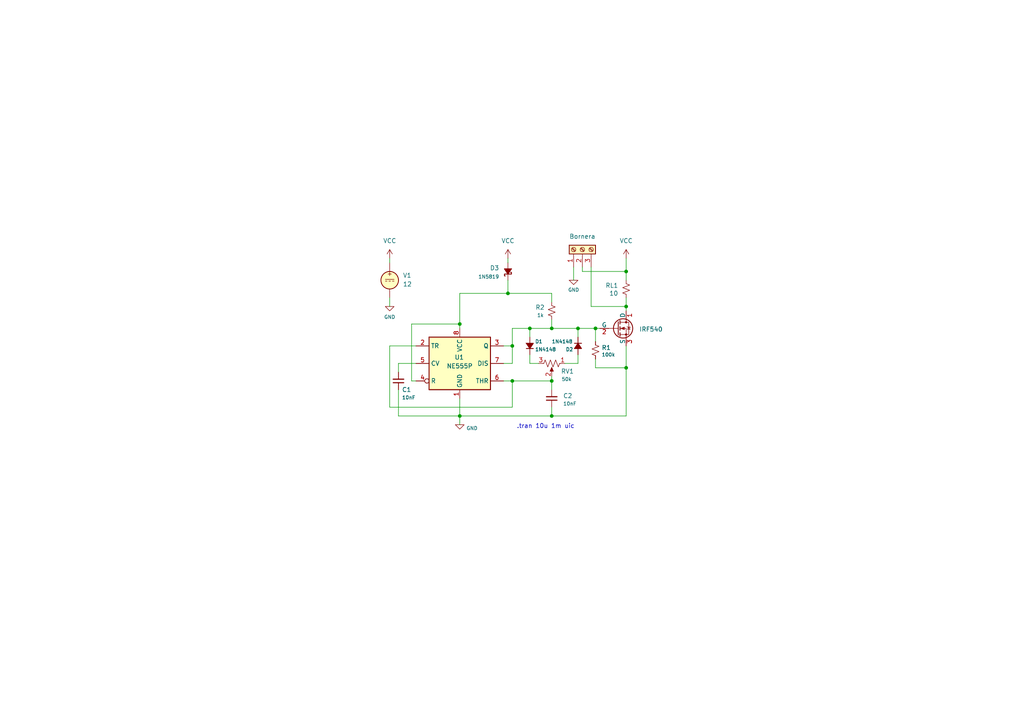
<source format=kicad_sch>
(kicad_sch (version 20250114) (generator "eeschema") (generator_version "9.0")
  (paper "A4")
  (lib_symbols
    (symbol "Connector:Screw_Terminal_01x03" (pin_names (offset 1.016) (hide yes))
      (property "Reference" "J1" (at 2.032 1.27 0))
      (property "Value" "Bornera" (at 2.032 -1.27 0))
      (symbol "Screw_Terminal_01x03_1_1"
        (rectangle (start -1.27 3.81) (end 1.27 -3.81) (stroke (width 0.254)) (fill (type background)))
        (polyline (pts (xy -0.5334 2.8702) (xy 0.3302 2.032)) (stroke (width 0.1524)))
        (polyline (pts (xy -0.5334 0.3302) (xy 0.3302 -0.508)) (stroke (width 0.1524)))
        (polyline (pts (xy -0.5334 -2.2098) (xy 0.3302 -3.048)) (stroke (width 0.1524)))
        (polyline (pts (xy -0.3556 3.048) (xy 0.508 2.2098)) (stroke (width 0.1524)))
        (polyline (pts (xy -0.3556 0.508) (xy 0.508 -0.3302)) (stroke (width 0.1524)))
        (polyline (pts (xy -0.3556 -2.032) (xy 0.508 -2.8702)) (stroke (width 0.1524)))
        (circle (center 0 2.54) (radius 0.635) (stroke (width 0.1524)))
        (circle (center 0 0) (radius 0.635) (stroke (width 0.1524)))
        (circle (center 0 -2.54) (radius 0.635) (stroke (width 0.1524)))
        (pin passive line (at -5.08 2.54 0) (length 3.81) (name "Pin_1") (number "3"))
        (pin passive line (at -5.08 0 0) (length 3.81) (name "Pin_2") (number "2"))
        (pin passive line (at -5.08 -2.54 0) (length 3.81) (name "Pin_3") (number "1"))
      )
    )
    (symbol "Device:C_Small" (pin_numbers (hide yes)) (pin_names (offset 0.254) (hide yes))
      (property "Reference" "C" (at 0.254 1.778 0))
      (property "Value" "C_Small" (at 0.254 -2.032 0))
      (symbol "C_Small_0_1"
        (polyline (pts (xy -1.524 0.508) (xy 1.524 0.508)) (stroke (width 0.3048)))
        (polyline (pts (xy -1.524 -0.508) (xy 1.524 -0.508)) (stroke (width 0.3302)))
      )
      (symbol "C_Small_1_1"
        (pin passive line (at 0 2.54 270) (length 2.032) (name "~") (number "1"))
        (pin passive line (at 0 -2.54 90) (length 2.032) (name "~") (number "2"))
      )
    )
    (symbol "Device:D_Schottky_Small_Filled" (pin_numbers (hide yes)) (pin_names (offset 0.254) (hide yes))
      (property "Reference" "D" (at -1.27 2.032 0))
      (property "Value" "D_Schottky_Small_Filled" (at -7.112 -2.032 0))
      (symbol "D_Schottky_Small_Filled_0_1"
        (polyline (pts (xy -1.27 0.762) (xy -1.27 1.016) (xy -0.762 1.016) (xy -0.762 -1.016) (xy -0.254 -1.016) (xy -0.254 -0.762)) (stroke (width 0.254)))
        (polyline (pts (xy -0.762 0) (xy 0.762 0)))
        (polyline (pts (xy 0.762 -1.016) (xy -0.762 0) (xy 0.762 1.016) (xy 0.762 -1.016)) (stroke (width 0.254)) (fill (type outline)))
      )
      (symbol "D_Schottky_Small_Filled_1_1"
        (pin passive line (at -2.54 0 0) (length 1.778) (name "K") (number "1"))
        (pin passive line (at 2.54 0 180) (length 1.778) (name "A") (number "2"))
      )
    )
    (symbol "Device:D_Small_Filled" (pin_numbers (hide yes)) (pin_names (offset 0.254) (hide yes))
      (property "Reference" "D" (at -1.27 2.032 0))
      (property "Value" "D_Small_Filled" (at -3.81 -2.032 0))
      (symbol "D_Small_Filled_0_1"
        (polyline (pts (xy -0.762 0) (xy 0.762 0)))
        (polyline (pts (xy -0.762 -1.016) (xy -0.762 1.016)) (stroke (width 0.254)))
        (polyline (pts (xy 0.762 -1.016) (xy -0.762 0) (xy 0.762 1.016) (xy 0.762 -1.016)) (stroke (width 0.254)) (fill (type outline)))
      )
      (symbol "D_Small_Filled_1_1"
        (pin passive line (at -2.54 0 0) (length 1.778) (name "K") (number "1"))
        (pin passive line (at 2.54 0 180) (length 1.778) (name "A") (number "2"))
      )
    )
    (symbol "Device:R_Potentiometer_US" (pin_names (offset 1.016) (hide yes))
      (property "Reference" "RV" (at -4.445 0 90))
      (property "Value" "R_Potentiometer_US" (at -2.54 0 90))
      (symbol "R_Potentiometer_US_0_1"
        (polyline (pts (xy 0 2.54) (xy 0 2.286)))
        (polyline (pts (xy 0 2.286) (xy 1.016 1.905) (xy 0 1.524) (xy -1.016 1.143) (xy 0 0.762)))
        (polyline (pts (xy 0 0.762) (xy 1.016 0.381) (xy 0 0) (xy -1.016 -0.381) (xy 0 -0.762)))
        (polyline (pts (xy 0 -0.762) (xy 1.016 -1.143) (xy 0 -1.524) (xy -1.016 -1.905) (xy 0 -2.286)))
        (polyline (pts (xy 0 -2.286) (xy 0 -2.54)))
        (polyline (pts (xy 1.143 0) (xy 2.286 0.508) (xy 2.286 -0.508) (xy 1.143 0)) (fill (type outline)))
        (polyline (pts (xy 2.54 0) (xy 1.524 0)))
      )
      (symbol "R_Potentiometer_US_1_1"
        (pin passive line (at 0 3.81 270) (length 1.27) (name "1") (number "1"))
        (pin passive line (at 0 -3.81 90) (length 1.27) (name "3") (number "3"))
        (pin passive line (at 3.81 0 180) (length 1.27) (name "2") (number "2"))
      )
    )
    (symbol "Device:R_Small_US" (pin_numbers (hide yes)) (pin_names (offset 0.254) (hide yes))
      (property "Reference" "R" (at 0.762 0.508 0))
      (property "Value" "R_Small_US" (at 0.762 -1.016 0))
      (symbol "R_Small_US_1_1"
        (polyline (pts (xy 0 1.524) (xy 1.016 1.143) (xy 0 0.762) (xy -1.016 0.381) (xy 0 0)))
        (polyline (pts (xy 0 0) (xy 1.016 -0.381) (xy 0 -0.762) (xy -1.016 -1.143) (xy 0 -1.524)))
        (pin passive line (at 0 2.54 270) (length 1.016) (name "~") (number "1"))
        (pin passive line (at 0 -2.54 90) (length 1.016) (name "~") (number "2"))
      )
    )
    (symbol "Simulation_SPICE:0" (power) (pin_names (offset 0))
      (property "Value" "0" (at 0 -1.778 0))
      (symbol "0_0_1"
        (polyline (pts (xy -1.27 0) (xy 0 -1.27) (xy 1.27 0) (xy -1.27 0)))
      )
      (symbol "0_1_1"
        (pin power_in line (at 0 0 0) (length 0) (hide yes) (name "0") (number "1"))
      )
    )
    (symbol "Simulation_SPICE:NMOS" (pin_names (offset 0))
      (property "Reference" "Q" (at 5.08 1.27 0))
      (property "Value" "NMOS" (at 5.08 -1.27 0))
      (symbol "NMOS_0_1"
        (polyline (pts (xy 0.254 1.905) (xy 0.254 -1.905)) (stroke (width 0.254)))
        (polyline (pts (xy 0.254 0) (xy -2.54 0)))
        (polyline (pts (xy 0.762 2.286) (xy 0.762 1.27)) (stroke (width 0.254)))
        (polyline (pts (xy 0.762 0.508) (xy 0.762 -0.508)) (stroke (width 0.254)))
        (polyline (pts (xy 0.762 -1.27) (xy 0.762 -2.286)) (stroke (width 0.254)))
        (polyline (pts (xy 0.762 -1.778) (xy 3.302 -1.778) (xy 3.302 1.778) (xy 0.762 1.778)))
        (polyline (pts (xy 1.016 0) (xy 2.032 0.381) (xy 2.032 -0.381) (xy 1.016 0)) (fill (type outline)))
        (circle (center 1.651 0) (radius 2.794) (stroke (width 0.254)))
        (polyline (pts (xy 2.54 2.54) (xy 2.54 1.778)))
        (circle (center 2.54 1.778) (radius 0.254) (fill (type outline)))
        (circle (center 2.54 -1.778) (radius 0.254) (fill (type outline)))
        (polyline (pts (xy 2.54 -2.54) (xy 2.54 0) (xy 0.762 0)))
        (polyline (pts (xy 2.794 0.508) (xy 2.921 0.381) (xy 3.683 0.381) (xy 3.81 0.254)))
        (polyline (pts (xy 3.302 0.381) (xy 2.921 -0.254) (xy 3.683 -0.254) (xy 3.302 0.381)))
      )
      (symbol "NMOS_1_1"
        (pin input line (at -5.08 0 0) (length 2.54) (name "G") (number "2"))
        (pin passive line (at 2.54 5.08 270) (length 2.54) (name "D") (number "1"))
        (pin passive line (at 2.54 -5.08 90) (length 2.54) (name "S") (number "3"))
      )
    )
    (symbol "Simulation_SPICE:VDC" (pin_numbers (hide yes)) (pin_names (offset 0.0254))
      (property "Reference" "V" (at 2.54 2.54 0))
      (property "Value" "1" (at 2.54 0 0))
      (symbol "VDC_0_0"
        (polyline (pts (xy -1.27 0.254) (xy 1.27 0.254)))
        (polyline (pts (xy -0.762 -0.254) (xy -1.27 -0.254)))
        (polyline (pts (xy 0.254 -0.254) (xy -0.254 -0.254)))
        (polyline (pts (xy 1.27 -0.254) (xy 0.762 -0.254)))
        (text "+" (at 0 1.905 0) (effects (font (size 1.27 1.27))))
      )
      (symbol "VDC_0_1"
        (circle (center 0 0) (radius 2.54) (stroke (width 0.254)) (fill (type background)))
      )
      (symbol "VDC_1_1"
        (pin passive line (at 0 5.08 270) (length 2.54) (name "~") (number "1"))
        (pin passive line (at 0 -5.08 90) (length 2.54) (name "~") (number "2"))
      )
    )
    (symbol "Timer:NE555P"
      (property "Reference" "U" (at -10.16 8.89 0))
      (property "Value" "NE555P" (at 2.54 8.89 0))
      (symbol "NE555P_0_0"
        (pin power_in line (at 0 10.16 270) (length 2.54) (name "VCC") (number "8"))
        (pin power_in line (at 0 -10.16 90) (length 2.54) (name "GND") (number "1"))
      )
      (symbol "NE555P_0_1"
        (rectangle (start -8.89 -7.62) (end 8.89 7.62) (stroke (width 0.254)) (fill (type background)))
        (rectangle (start -8.89 -7.62) (end 8.89 7.62) (stroke (width 0.254)) (fill (type background)))
      )
      (symbol "NE555P_1_1"
        (pin input line (at -12.7 5.08 0) (length 3.81) (name "TR") (number "2"))
        (pin input line (at -12.7 0 0) (length 3.81) (name "CV") (number "5"))
        (pin input inverted (at -12.7 -5.08 0) (length 3.81) (name "R") (number "4"))
        (pin output line (at 12.7 5.08 180) (length 3.81) (name "Q") (number "3"))
        (pin input line (at 12.7 0 180) (length 3.81) (name "DIS") (number "7"))
        (pin input line (at 12.7 -5.08 180) (length 3.81) (name "THR") (number "6"))
      )
    )
    (symbol "power:VCC" (power) (pin_names (offset 0))
      (property "Value" "VCC" (at 0 3.81 0))
      (symbol "VCC_0_1"
        (polyline (pts (xy -0.762 1.27) (xy 0 2.54)))
        (polyline (pts (xy 0 2.54) (xy 0.762 1.27)))
        (polyline (pts (xy 0 0) (xy 0 2.54)))
      )
      (symbol "VCC_1_1"
        (pin power_in line (at 0 0 90) (length 0) (hide yes) (name "VCC") (number "1"))
      )
    )
  )
  (text ".tran 10u 1m uic" (at 149.86 124.46 0) (effects (font (size 1.27 1.27)) (justify left bottom)))
  (junction (at 160.02 110.49))
  (junction (at 133.35 93.98))
  (junction (at 181.61 88.9))
  (junction (at 133.35 120.65))
  (junction (at 153.67 95.25))
  (junction (at 148.59 110.49))
  (junction (at 148.59 100.33))
  (junction (at 181.61 106.68))
  (junction (at 147.32 85.09))
  (junction (at 181.61 78.74))
  (junction (at 167.64 95.25))
  (junction (at 172.72 95.25))
  (junction (at 160.02 120.65))
  (junction (at 160.02 95.25))
  (wire (pts (xy 160.02 92.71) (xy 160.02 95.25)))
  (wire (pts (xy 119.38 93.98) (xy 133.35 93.98)))
  (wire (pts (xy 153.67 95.25) (xy 153.67 97.79)))
  (wire (pts (xy 160.02 85.09) (xy 160.02 87.63)))
  (wire (pts (xy 153.67 95.25) (xy 160.02 95.25)))
  (wire (pts (xy 148.59 118.11) (xy 148.59 110.49)))
  (wire (pts (xy 172.72 95.25) (xy 173.99 95.25)))
  (wire (pts (xy 133.35 120.65) (xy 133.35 123.19)))
  (wire (pts (xy 166.37 77.47) (xy 166.37 81.28)))
  (wire (pts (xy 160.02 110.49) (xy 160.02 109.22)))
  (wire (pts (xy 147.32 85.09) (xy 160.02 85.09)))
  (wire (pts (xy 153.67 105.41) (xy 156.21 105.41)))
  (wire (pts (xy 167.64 95.25) (xy 167.64 97.79)))
  (wire (pts (xy 133.35 85.09) (xy 133.35 93.98)))
  (wire (pts (xy 148.59 110.49) (xy 160.02 110.49)))
  (wire (pts (xy 146.05 100.33) (xy 148.59 100.33)))
  (wire (pts (xy 167.64 102.87) (xy 167.64 105.41)))
  (wire (pts (xy 133.35 120.65) (xy 160.02 120.65)))
  (wire (pts (xy 160.02 95.25) (xy 167.64 95.25)))
  (wire (pts (xy 181.61 88.9) (xy 171.45 88.9)))
  (wire (pts (xy 172.72 104.14) (xy 172.72 106.68)))
  (wire (pts (xy 115.57 120.65) (xy 133.35 120.65)))
  (wire (pts (xy 160.02 110.49) (xy 160.02 113.03)))
  (wire (pts (xy 119.38 93.98) (xy 119.38 110.49)))
  (wire (pts (xy 148.59 110.49) (xy 146.05 110.49)))
  (wire (pts (xy 120.65 105.41) (xy 115.57 105.41)))
  (wire (pts (xy 133.35 115.57) (xy 133.35 120.65)))
  (wire (pts (xy 168.91 77.47) (xy 168.91 78.74)))
  (wire (pts (xy 160.02 120.65) (xy 181.61 120.65)))
  (wire (pts (xy 153.67 102.87) (xy 153.67 105.41)))
  (wire (pts (xy 160.02 118.11) (xy 160.02 120.65)))
  (wire (pts (xy 120.65 100.33) (xy 113.03 100.33)))
  (wire (pts (xy 181.61 100.33) (xy 181.61 106.68)))
  (wire (pts (xy 148.59 95.25) (xy 153.67 95.25)))
  (wire (pts (xy 181.61 78.74) (xy 181.61 81.28)))
  (wire (pts (xy 133.35 93.98) (xy 133.35 95.25)))
  (wire (pts (xy 148.59 95.25) (xy 148.59 100.33)))
  (wire (pts (xy 113.03 86.36) (xy 113.03 88.9)))
  (wire (pts (xy 115.57 113.03) (xy 115.57 120.65)))
  (wire (pts (xy 172.72 95.25) (xy 172.72 99.06)))
  (wire (pts (xy 113.03 74.93) (xy 113.03 76.2)))
  (wire (pts (xy 181.61 106.68) (xy 181.61 120.65)))
  (wire (pts (xy 119.38 110.49) (xy 120.65 110.49)))
  (wire (pts (xy 167.64 95.25) (xy 172.72 95.25)))
  (wire (pts (xy 181.61 74.93) (xy 181.61 78.74)))
  (wire (pts (xy 147.32 74.93) (xy 147.32 76.2)))
  (wire (pts (xy 113.03 118.11) (xy 148.59 118.11)))
  (wire (pts (xy 133.35 85.09) (xy 147.32 85.09)))
  (wire (pts (xy 171.45 88.9) (xy 171.45 77.47)))
  (wire (pts (xy 147.32 81.28) (xy 147.32 85.09)))
  (wire (pts (xy 168.91 78.74) (xy 181.61 78.74)))
  (wire (pts (xy 163.83 105.41) (xy 167.64 105.41)))
  (wire (pts (xy 181.61 88.9) (xy 181.61 90.17)))
  (wire (pts (xy 172.72 106.68) (xy 181.61 106.68)))
  (wire (pts (xy 148.59 105.41) (xy 146.05 105.41)))
  (wire (pts (xy 115.57 105.41) (xy 115.57 107.95)))
  (wire (pts (xy 148.59 100.33) (xy 148.59 105.41)))
  (wire (pts (xy 181.61 86.36) (xy 181.61 88.9)))
  (wire (pts (xy 113.03 100.33) (xy 113.03 118.11)))
  (symbol (lib_id "Device:C_Small") (at 160.02 115.57 0) (mirror x) (unit 1)
    (property "Reference" "C2" (at 163.322 114.808 0) (effects (justify left)))
    (property "Value" "10nF" (at 163.322 117.094 0) (effects (font (size 1.016 1.016)) (justify left)))
    (property "Description" "Unpolarized capacitor, small symbol" (effects (hide yes)))
  )
  (symbol (lib_id "Device:D_Small_Filled") (at 153.67 100.33 270) (mirror x) (unit 1)
    (property "Reference" "D1" (at 155.194 99.06 90) (effects (font (size 1.016 1.016)) (justify left)))
    (property "Value" "1N4148" (at 155.194 101.346 90) (effects (font (size 1.016 1.016)) (justify left)))
    (property "Description" "Diode, small symbol, filled shape" (effects (hide yes)))
    (property "Sim.Device" "SUBCKT" (effects (hide yes)))
    (property "Sim.Pins" "1=2 2=1" (effects (hide yes)))
    (property "Sim.Library" "pwm_driver_spice_simulation_models/1N4148.lib" (effects (hide yes)))
    (property "Sim.Name" "1N4148" (effects (hide yes)))
  )
  (symbol (lib_id "Device:D_Small_Filled") (at 167.64 100.33 270) (unit 1)
    (property "Reference" "D2" (at 164.084 101.346 90) (effects (font (size 1.016 1.016)) (justify left)))
    (property "Value" "1N4148" (at 160.02 99.06 90) (effects (font (size 1.016 1.016)) (justify left)))
    (property "Description" "Diode, small symbol, filled shape" (effects (hide yes)))
    (property "Sim.Device" "SUBCKT" (effects (hide yes)))
    (property "Sim.Pins" "1=2 2=1" (effects (hide yes)))
    (property "Sim.Library" "pwm_driver_spice_simulation_models/1N4148.lib" (effects (hide yes)))
    (property "Sim.Name" "1N4148" (effects (hide yes)))
  )
  (symbol (lib_id "Device:R_Potentiometer_US") (at 160.02 105.41 270) (unit 1)
    (property "Reference" "RV1" (at 164.592 107.696 90))
    (property "Value" "50k" (at 164.338 109.982 90) (effects (font (size 1.016 1.016))))
    (property "Footprint" "Potentiometer_THT:Potentiometer_Alps_RK163_Single_Horizontal" (effects (hide yes)))
    (property "Sim.Device" "R" (effects (hide yes)))
    (property "Sim.Pins" "1=r0 2=wiper 3=r1" (effects (hide yes)))
    (property "Sim.Type" "POT" (effects (hide yes)))
    (property "Sim.Params" "r=50k pos=0.5" (effects (hide yes)))
  )
  (symbol (lib_id "Device:R_Small_US") (at 160.02 90.17 180) (unit 1)
    (property "Reference" "R2" (at 157.988 89.154 0) (effects (justify left)))
    (property "Value" "1k" (at 157.734 91.44 0) (effects (font (size 1.016 1.016)) (justify left)))
    (property "Description" "Resistor, small US symbol" (effects (hide yes)))
  )
  (symbol (lib_id "Connector:Screw_Terminal_01x03") (at 168.91 72.39 270) (mirror x) (unit 1) (exclude_from_sim yes)
    (property "Reference" "J1" (effects (hide yes)))
    (property "Value" "Bornera" (at 172.72 68.58 90) (effects (justify right)))
    (property "Footprint" "TerminalBlock:TerminalBlock_Altech_AK300-3_P5.00mm" (effects (hide yes)))
    (property "Sim.Library" "./" (effects (hide yes)))
  )
  (symbol (lib_id "Simulation_SPICE:0") (at 166.37 81.28 0) (unit 1)
    (property "Reference" "#GND03" (effects (hide yes)))
    (property "Value" "GND" (at 166.37 84.074 0) (effects (font (size 1 1))))
  )
  (symbol (lib_id "Device:D_Schottky_Small_Filled") (at 147.32 78.74 90) (unit 1)
    (property "Reference" "D3" (at 144.78 77.7239 90) (effects (justify left)))
    (property "Value" "1N5819" (at 144.78 80.2639 90) (effects (font (size 1.016 1.016)) (justify left)))
    (property "Description" "Schottky diode, small symbol, filled shape" (effects (hide yes)))
    (property "Sim.Library" "pwm_driver_spice_simulation_models/1N5819.lib" (effects (hide yes)))
    (property "Sim.Name" "1N5819" (effects (hide yes)))
    (property "Sim.Device" "D" (effects (hide yes)))
    (property "Sim.Pins" "1=K 2=A" (effects (hide yes)))
  )
  (symbol (lib_id "Device:C_Small") (at 115.57 110.49 0) (mirror x) (unit 1)
    (property "Reference" "C1" (at 116.586 113.03 0) (effects (justify left)))
    (property "Value" "10nF" (at 116.586 115.316 0) (effects (font (size 1.016 1.016)) (justify left)))
    (property "Description" "Unpolarized capacitor, small symbol" (effects (hide yes)))
  )
  (symbol (lib_id "Timer:NE555P") (at 133.35 105.41 0) (unit 1)
    (property "Reference" "U1" (at 131.826 103.632 0) (effects (justify left)))
    (property "Value" "NE555P" (at 129.54 106.172 0) (effects (justify left)))
    (property "Footprint" "Package_DIP:DIP-8_W7.62mm" (effects (hide yes)))
    (property "Datasheet" "http://www.ti.com/lit/ds/symlink/ne555.pdf" (effects (hide yes)))
    (property "Sim.Library" "${KIPRJMOD}/pwm_driver_spice_simulation_models/555.lib" (effects (hide yes)))
    (property "Sim.Name" "555b" (effects (hide yes)))
    (property "Sim.Device" "SUBCKT" (effects (hide yes)))
    (property "Sim.Pins" "1=1 2=2 3=3 4=4 5=5 6=6 7=7 8=8" (effects (hide yes)))
  )
  (symbol (lib_id "power:VCC") (at 181.61 74.93 0) (unit 1) (on_board no)
    (property "Reference" "#PWR04" (effects (hide yes)))
    (property "Value" "VCC" (at 181.61 69.85 0))
  )
  (symbol (lib_id "Simulation_SPICE:NMOS") (at 179.07 95.25 0) (unit 1)
    (property "Reference" "Q1" (effects (hide yes)))
    (property "Value" "IRF540" (at 185.42 95.504 0) (effects (justify left)))
    (property "Footprint" "Package_TO_SOT_THT:TO-220-3_Vertical" (effects (hide yes)))
    (property "Datasheet" "https://ngspice.sourceforge.io/docs/ngspice-manual.pdf" (effects (hide yes)))
    (property "Sim.Device" "SUBCKT" (effects (hide yes)))
    (property "Sim.Pins" "1=1 2=2 3=3" (effects (hide yes)))
    (property "Sim.Library" "pwm_driver_spice_simulation_models/irf540.lib" (effects (hide yes)))
    (property "Sim.Name" "irf540" (effects (hide yes)))
  )
  (symbol (lib_id "Simulation_SPICE:VDC") (at 113.03 81.28 0) (unit 1)
    (property "Reference" "V1" (at 116.84 79.8801 0) (effects (justify left)))
    (property "Value" "12" (at 116.84 82.4201 0) (effects (justify left)))
    (property "Datasheet" "https://ngspice.sourceforge.io/docs/ngspice-html-manual/manual.xhtml#sec_Independent_Sources_for" (effects (hide yes)))
    (property "Description" "Voltage source, DC" (effects (hide yes)))
    (property "Sim.Pins" "1=+ 2=-" (effects (hide yes)))
    (property "Sim.Type" "DC" (effects (hide yes)))
    (property "Sim.Device" "V" (effects (hide yes)))
  )
  (symbol (lib_id "Simulation_SPICE:0") (at 133.35 123.19 0) (unit 1)
    (property "Reference" "#GND02" (effects (hide yes)))
    (property "Value" "GND" (at 136.906 124.206 0) (effects (font (size 1.016 1.016))))
  )
  (symbol (lib_id "Device:R_Small_US") (at 181.61 83.82 0) (unit 1)
    (property "Reference" "RL1" (at 179.324 82.804 0) (effects (justify right)))
    (property "Value" "10" (at 179.324 85.09 0) (effects (justify right)))
    (property "Description" "Resistor, small US symbol" (effects (hide yes)))
  )
  (symbol (lib_id "Device:R_Small_US") (at 172.72 101.6 0) (unit 1)
    (property "Reference" "R1" (at 174.498 100.838 0) (effects (justify left)))
    (property "Value" "100k" (at 174.498 102.87 0) (effects (font (size 1.016 1.016)) (justify left)))
    (property "Description" "Resistor, small US symbol" (effects (hide yes)))
  )
  (symbol (lib_id "power:VCC") (at 113.03 74.93 0) (unit 1)
    (property "Reference" "#PWR01" (effects (hide yes)))
    (property "Value" "VCC" (at 113.03 69.85 0))
  )
  (symbol (lib_id "Simulation_SPICE:0") (at 113.03 88.9 0) (unit 1)
    (property "Reference" "#GND01" (effects (hide yes)))
    (property "Value" "GND" (at 113.03 91.948 0) (effects (font (size 1.016 1.016))))
  )
  (symbol (lib_id "power:VCC") (at 147.32 74.93 0) (unit 1)
    (property "Reference" "#PWR03" (effects (hide yes)))
    (property "Value" "VCC" (at 147.32 69.85 0))
  )
)
</source>
